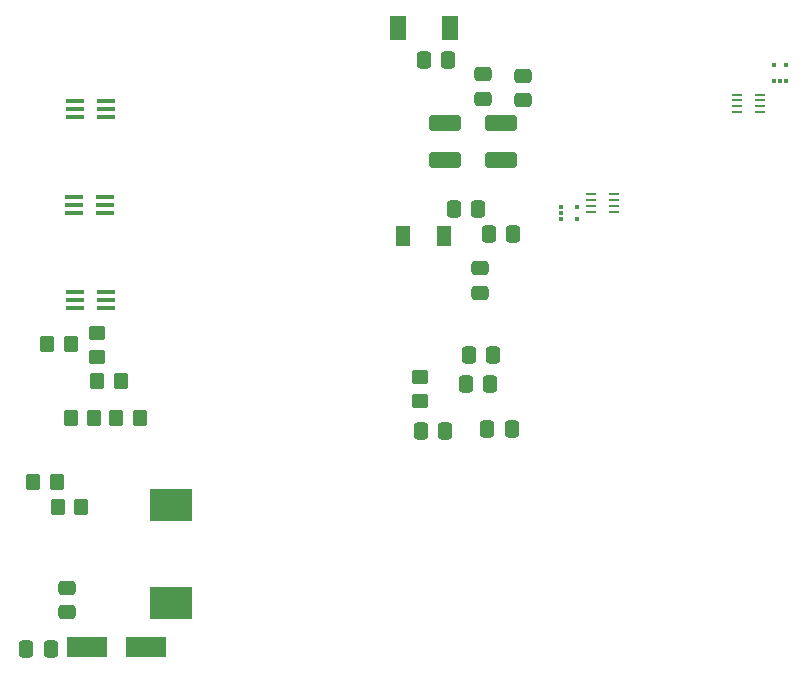
<source format=gbr>
%TF.GenerationSoftware,KiCad,Pcbnew,(6.0.2)*%
%TF.CreationDate,2022-04-11T02:55:30-07:00*%
%TF.ProjectId,schematic,73636865-6d61-4746-9963-2e6b69636164,rev?*%
%TF.SameCoordinates,Original*%
%TF.FileFunction,Paste,Bot*%
%TF.FilePolarity,Positive*%
%FSLAX46Y46*%
G04 Gerber Fmt 4.6, Leading zero omitted, Abs format (unit mm)*
G04 Created by KiCad (PCBNEW (6.0.2)) date 2022-04-11 02:55:30*
%MOMM*%
%LPD*%
G01*
G04 APERTURE LIST*
G04 Aperture macros list*
%AMRoundRect*
0 Rectangle with rounded corners*
0 $1 Rounding radius*
0 $2 $3 $4 $5 $6 $7 $8 $9 X,Y pos of 4 corners*
0 Add a 4 corners polygon primitive as box body*
4,1,4,$2,$3,$4,$5,$6,$7,$8,$9,$2,$3,0*
0 Add four circle primitives for the rounded corners*
1,1,$1+$1,$2,$3*
1,1,$1+$1,$4,$5*
1,1,$1+$1,$6,$7*
1,1,$1+$1,$8,$9*
0 Add four rect primitives between the rounded corners*
20,1,$1+$1,$2,$3,$4,$5,0*
20,1,$1+$1,$4,$5,$6,$7,0*
20,1,$1+$1,$6,$7,$8,$9,0*
20,1,$1+$1,$8,$9,$2,$3,0*%
G04 Aperture macros list end*
%ADD10R,1.400000X2.100000*%
%ADD11RoundRect,0.250000X0.450000X-0.350000X0.450000X0.350000X-0.450000X0.350000X-0.450000X-0.350000X0*%
%ADD12R,3.500000X1.800000*%
%ADD13R,1.300000X1.700000*%
%ADD14RoundRect,0.062500X0.325000X0.062500X-0.325000X0.062500X-0.325000X-0.062500X0.325000X-0.062500X0*%
%ADD15RoundRect,0.250000X0.350000X0.450000X-0.350000X0.450000X-0.350000X-0.450000X0.350000X-0.450000X0*%
%ADD16RoundRect,0.250000X-0.337500X-0.475000X0.337500X-0.475000X0.337500X0.475000X-0.337500X0.475000X0*%
%ADD17RoundRect,0.062500X-0.325000X-0.062500X0.325000X-0.062500X0.325000X0.062500X-0.325000X0.062500X0*%
%ADD18RoundRect,0.250000X0.337500X0.475000X-0.337500X0.475000X-0.337500X-0.475000X0.337500X-0.475000X0*%
%ADD19RoundRect,0.250000X0.475000X-0.337500X0.475000X0.337500X-0.475000X0.337500X-0.475000X-0.337500X0*%
%ADD20R,0.300000X0.450000*%
%ADD21R,1.500000X0.400000*%
%ADD22RoundRect,0.250000X-0.350000X-0.450000X0.350000X-0.450000X0.350000X0.450000X-0.350000X0.450000X0*%
%ADD23RoundRect,0.250000X-1.100000X0.412500X-1.100000X-0.412500X1.100000X-0.412500X1.100000X0.412500X0*%
%ADD24RoundRect,0.250000X-0.450000X0.350000X-0.450000X-0.350000X0.450000X-0.350000X0.450000X0.350000X0*%
%ADD25RoundRect,0.250000X-0.475000X0.337500X-0.475000X-0.337500X0.475000X-0.337500X0.475000X0.337500X0*%
%ADD26R,0.450000X0.300000*%
%ADD27R,3.600000X2.700000*%
G04 APERTURE END LIST*
D10*
%TO.C,D5*%
X136746000Y-49408000D03*
X132346000Y-49408000D03*
%TD*%
D11*
%TO.C,R34*%
X106876800Y-77235400D03*
X106876800Y-75235400D03*
%TD*%
D12*
%TO.C,D4*%
X106059600Y-101777800D03*
X111059600Y-101777800D03*
%TD*%
D13*
%TO.C,D3*%
X136290000Y-66995000D03*
X132790000Y-66995000D03*
%TD*%
D14*
%TO.C,U6*%
X163039300Y-55035000D03*
X163039300Y-55535000D03*
X163039300Y-56035000D03*
X163039300Y-56535000D03*
X161064300Y-56535000D03*
X161064300Y-56035000D03*
X161064300Y-55535000D03*
X161064300Y-55035000D03*
%TD*%
D15*
%TO.C,R9*%
X103463600Y-87807800D03*
X101463600Y-87807800D03*
%TD*%
D16*
%TO.C,C17*%
X140048000Y-66807000D03*
X142123000Y-66807000D03*
%TD*%
%TO.C,C6*%
X138096000Y-79534000D03*
X140171000Y-79534000D03*
%TD*%
D17*
%TO.C,U18*%
X148691500Y-64966000D03*
X148691500Y-64466000D03*
X148691500Y-63966000D03*
X148691500Y-63466000D03*
X150666500Y-63466000D03*
X150666500Y-63966000D03*
X150666500Y-64466000D03*
X150666500Y-64966000D03*
%TD*%
D18*
%TO.C,C5*%
X136361000Y-83512000D03*
X134286000Y-83512000D03*
%TD*%
D19*
%TO.C,C15*%
X104368600Y-98852900D03*
X104368600Y-96777900D03*
%TD*%
D18*
%TO.C,C10*%
X141986000Y-83362800D03*
X139911000Y-83362800D03*
%TD*%
D19*
%TO.C,C19*%
X139540000Y-55377000D03*
X139540000Y-53302000D03*
%TD*%
D20*
%TO.C,U2*%
X165219000Y-53913000D03*
X164719000Y-53913000D03*
X164219000Y-53913000D03*
X164219000Y-52513000D03*
X165219000Y-52513000D03*
%TD*%
D21*
%TO.C,U10*%
X107606400Y-63745200D03*
X107606400Y-64395200D03*
X107606400Y-65045200D03*
X104946400Y-65045200D03*
X104946400Y-64395200D03*
X104946400Y-63745200D03*
%TD*%
%TO.C,U11*%
X107689600Y-71771600D03*
X107689600Y-72421600D03*
X107689600Y-73071600D03*
X105029600Y-73071600D03*
X105029600Y-72421600D03*
X105029600Y-71771600D03*
%TD*%
D16*
%TO.C,C11*%
X134565500Y-52075000D03*
X136640500Y-52075000D03*
%TD*%
D22*
%TO.C,R8*%
X103546400Y-89916000D03*
X105546400Y-89916000D03*
%TD*%
D15*
%TO.C,R7*%
X104692400Y-76175200D03*
X102692400Y-76175200D03*
%TD*%
D16*
%TO.C,C9*%
X137080000Y-64709000D03*
X139155000Y-64709000D03*
%TD*%
D23*
%TO.C,C12*%
X136365000Y-57409000D03*
X136365000Y-60534000D03*
%TD*%
D24*
%TO.C,R1*%
X134202000Y-78940000D03*
X134202000Y-80940000D03*
%TD*%
D21*
%TO.C,U9*%
X107673400Y-55602200D03*
X107673400Y-56252200D03*
X107673400Y-56902200D03*
X105013400Y-56902200D03*
X105013400Y-56252200D03*
X105013400Y-55602200D03*
%TD*%
D18*
%TO.C,C7*%
X140425000Y-77121000D03*
X138350000Y-77121000D03*
%TD*%
D19*
%TO.C,C22*%
X142969000Y-55504000D03*
X142969000Y-53429000D03*
%TD*%
D23*
%TO.C,C13*%
X141064000Y-57409000D03*
X141064000Y-60534000D03*
%TD*%
D22*
%TO.C,R30*%
X104648200Y-82423600D03*
X106648200Y-82423600D03*
%TD*%
D25*
%TO.C,C16*%
X139286000Y-69728000D03*
X139286000Y-71803000D03*
%TD*%
D26*
%TO.C,U7*%
X146148600Y-65557400D03*
X146148600Y-65057400D03*
X146148600Y-64557400D03*
X147548600Y-64557400D03*
X147548600Y-65557400D03*
%TD*%
D18*
%TO.C,C21*%
X102967700Y-102006400D03*
X100892700Y-102006400D03*
%TD*%
D27*
%TO.C,L3*%
X113182400Y-98104600D03*
X113182400Y-89804600D03*
%TD*%
D22*
%TO.C,R6*%
X106908800Y-79274000D03*
X108908800Y-79274000D03*
%TD*%
%TO.C,R31*%
X108502400Y-82423600D03*
X110502400Y-82423600D03*
%TD*%
M02*

</source>
